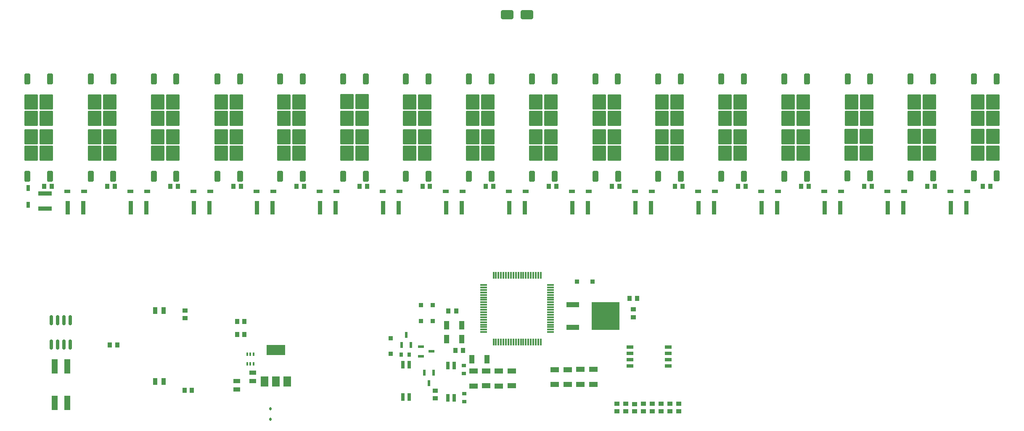
<source format=gbr>
%TF.GenerationSoftware,KiCad,Pcbnew,7.0.5*%
%TF.CreationDate,2024-10-03T13:21:03+03:00*%
%TF.ProjectId,pasive_balance_rev4,70617369-7665-45f6-9261-6c616e63655f,rev?*%
%TF.SameCoordinates,Original*%
%TF.FileFunction,Paste,Top*%
%TF.FilePolarity,Positive*%
%FSLAX46Y46*%
G04 Gerber Fmt 4.6, Leading zero omitted, Abs format (unit mm)*
G04 Created by KiCad (PCBNEW 7.0.5) date 2024-10-03 13:21:03*
%MOMM*%
%LPD*%
G01*
G04 APERTURE LIST*
G04 Aperture macros list*
%AMRoundRect*
0 Rectangle with rounded corners*
0 $1 Rounding radius*
0 $2 $3 $4 $5 $6 $7 $8 $9 X,Y pos of 4 corners*
0 Add a 4 corners polygon primitive as box body*
4,1,4,$2,$3,$4,$5,$6,$7,$8,$9,$2,$3,0*
0 Add four circle primitives for the rounded corners*
1,1,$1+$1,$2,$3*
1,1,$1+$1,$4,$5*
1,1,$1+$1,$6,$7*
1,1,$1+$1,$8,$9*
0 Add four rect primitives between the rounded corners*
20,1,$1+$1,$2,$3,$4,$5,0*
20,1,$1+$1,$4,$5,$6,$7,0*
20,1,$1+$1,$6,$7,$8,$9,0*
20,1,$1+$1,$8,$9,$2,$3,0*%
G04 Aperture macros list end*
%ADD10R,0.850000X1.000000*%
%ADD11R,0.950000X0.900000*%
%ADD12R,1.000000X0.850000*%
%ADD13RoundRect,0.150000X-0.150000X0.825000X-0.150000X-0.825000X0.150000X-0.825000X0.150000X0.825000X0*%
%ADD14R,0.300000X1.475000*%
%ADD15R,1.475000X0.300000*%
%ADD16R,1.500000X2.000000*%
%ADD17R,3.800000X2.000000*%
%ADD18R,1.800000X1.050000*%
%ADD19R,0.830000X2.720000*%
%ADD20R,1.300000X0.600000*%
%ADD21R,1.200000X0.750000*%
%ADD22R,0.400000X0.650000*%
%ADD23RoundRect,0.250000X0.350000X-0.850000X0.350000X0.850000X-0.350000X0.850000X-0.350000X-0.850000X0*%
%ADD24RoundRect,0.250000X1.125000X-1.275000X1.125000X1.275000X-1.125000X1.275000X-1.125000X-1.275000X0*%
%ADD25RoundRect,0.250000X-0.350000X0.850000X-0.350000X-0.850000X0.350000X-0.850000X0.350000X0.850000X0*%
%ADD26RoundRect,0.250000X-1.125000X1.275000X-1.125000X-1.275000X1.125000X-1.275000X1.125000X1.275000X0*%
%ADD27R,0.600000X1.300000*%
%ADD28R,0.950000X1.000000*%
%ADD29R,0.970000X1.470000*%
%ADD30R,1.100000X1.750000*%
%ADD31R,0.650000X1.650000*%
%ADD32R,1.470000X0.970000*%
%ADD33R,1.200000X2.850000*%
%ADD34R,0.750000X1.200000*%
%ADD35R,0.950000X0.800000*%
%ADD36R,1.475000X0.700000*%
%ADD37R,0.900000X0.950000*%
%ADD38R,1.050000X1.800000*%
%ADD39RoundRect,0.250000X1.000000X0.650000X-1.000000X0.650000X-1.000000X-0.650000X1.000000X-0.650000X0*%
%ADD40R,0.800000X0.950000*%
%ADD41RoundRect,0.112500X0.112500X-0.187500X0.112500X0.187500X-0.112500X0.187500X-0.112500X-0.187500X0*%
%ADD42R,2.600000X1.060000*%
%ADD43R,5.700000X5.632000*%
%ADD44R,1.000000X0.950000*%
%ADD45R,2.720000X0.830000*%
G04 APERTURE END LIST*
D10*
%TO.C,R54*%
X74484800Y-129438400D03*
X75984800Y-129438400D03*
%TD*%
D11*
%TO.C,D8*%
X122085007Y-112237793D03*
X122085007Y-115387793D03*
%TD*%
D12*
%TO.C,R90*%
X170470793Y-132112407D03*
X170470793Y-133612407D03*
%TD*%
D13*
%TO.C,U1*%
X51485800Y-115239800D03*
X50215800Y-115239800D03*
X48945800Y-115239800D03*
X47675800Y-115239800D03*
X47675800Y-120189800D03*
X48945800Y-120189800D03*
X50215800Y-120189800D03*
X51485800Y-120189800D03*
%TD*%
D10*
%TO.C,R3*%
X165601993Y-110866393D03*
X164101993Y-110866393D03*
%TD*%
%TO.C,R19*%
X187424607Y-88260393D03*
X185924607Y-88260393D03*
%TD*%
D14*
%TO.C,IC1*%
X146212607Y-106160393D03*
X145712607Y-106160393D03*
X145212607Y-106160393D03*
X144712607Y-106160393D03*
X144212607Y-106160393D03*
X143712607Y-106160393D03*
X143212607Y-106160393D03*
X142712607Y-106160393D03*
X142212607Y-106160393D03*
X141712607Y-106160393D03*
X141212607Y-106160393D03*
X140712607Y-106160393D03*
X140212607Y-106160393D03*
X139712607Y-106160393D03*
X139212607Y-106160393D03*
X138712607Y-106160393D03*
X138212607Y-106160393D03*
X137712607Y-106160393D03*
X137212607Y-106160393D03*
X136712607Y-106160393D03*
D15*
X134724607Y-108148393D03*
X134724607Y-108648393D03*
X134724607Y-109148393D03*
X134724607Y-109648393D03*
X134724607Y-110148393D03*
X134724607Y-110648393D03*
X134724607Y-111148393D03*
X134724607Y-111648393D03*
X134724607Y-112148393D03*
X134724607Y-112648393D03*
X134724607Y-113148393D03*
X134724607Y-113648393D03*
X134724607Y-114148393D03*
X134724607Y-114648393D03*
X134724607Y-115148393D03*
X134724607Y-115648393D03*
X134724607Y-116148393D03*
X134724607Y-116648393D03*
X134724607Y-117148393D03*
X134724607Y-117648393D03*
D14*
X136712607Y-119636393D03*
X137212607Y-119636393D03*
X137712607Y-119636393D03*
X138212607Y-119636393D03*
X138712607Y-119636393D03*
X139212607Y-119636393D03*
X139712607Y-119636393D03*
X140212607Y-119636393D03*
X140712607Y-119636393D03*
X141212607Y-119636393D03*
X141712607Y-119636393D03*
X142212607Y-119636393D03*
X142712607Y-119636393D03*
X143212607Y-119636393D03*
X143712607Y-119636393D03*
X144212607Y-119636393D03*
X144712607Y-119636393D03*
X145212607Y-119636393D03*
X145712607Y-119636393D03*
X146212607Y-119636393D03*
D15*
X148200607Y-117648393D03*
X148200607Y-117148393D03*
X148200607Y-116648393D03*
X148200607Y-116148393D03*
X148200607Y-115648393D03*
X148200607Y-115148393D03*
X148200607Y-114648393D03*
X148200607Y-114148393D03*
X148200607Y-113648393D03*
X148200607Y-113148393D03*
X148200607Y-112648393D03*
X148200607Y-112148393D03*
X148200607Y-111648393D03*
X148200607Y-111148393D03*
X148200607Y-110648393D03*
X148200607Y-110148393D03*
X148200607Y-109648393D03*
X148200607Y-109148393D03*
X148200607Y-108648393D03*
X148200607Y-108148393D03*
%TD*%
D16*
%TO.C,U2*%
X90573800Y-127584200D03*
X92873800Y-127584200D03*
D17*
X92873800Y-121284200D03*
D16*
X95173800Y-127584200D03*
%TD*%
D10*
%TO.C,R16*%
X200124607Y-88260393D03*
X198624607Y-88260393D03*
%TD*%
D18*
%TO.C,R46*%
X149046493Y-125229993D03*
X149046493Y-128229993D03*
%TD*%
D19*
%TO.C,C55*%
X130302607Y-92578393D03*
X127222607Y-92578393D03*
%TD*%
D18*
%TO.C,R50*%
X140429893Y-125483993D03*
X140429893Y-128483993D03*
%TD*%
D20*
%TO.C,IC3*%
X122093207Y-120609793D03*
X122093207Y-122509793D03*
X124193207Y-121559793D03*
%TD*%
D18*
%TO.C,R48*%
X135197493Y-125483993D03*
X135197493Y-128483993D03*
%TD*%
D21*
%TO.C,Z6*%
X168562607Y-89276393D03*
X165162607Y-89276393D03*
%TD*%
D12*
%TO.C,R34*%
X124980607Y-129483193D03*
X124980607Y-130983193D03*
%TD*%
D19*
%TO.C,C25*%
X193802607Y-92578393D03*
X190722607Y-92578393D03*
%TD*%
%TO.C,C59*%
X79502607Y-92578393D03*
X76422607Y-92578393D03*
%TD*%
D22*
%TO.C,Q20*%
X87096600Y-124053600D03*
X87746600Y-124053600D03*
X88396600Y-124053600D03*
X88396600Y-122153600D03*
X87746600Y-122153600D03*
X87096600Y-122153600D03*
%TD*%
D23*
%TO.C,Q17*%
X42881200Y-86216600D03*
D24*
X43636200Y-81591600D03*
X46686200Y-81591600D03*
X43636200Y-78241600D03*
X46686200Y-78241600D03*
D23*
X47441200Y-86216600D03*
%TD*%
D10*
%TO.C,R62*%
X123912607Y-88260393D03*
X122412607Y-88260393D03*
%TD*%
D25*
%TO.C,Q29*%
X136340200Y-66573400D03*
D26*
X135585200Y-71198400D03*
X132535200Y-71198400D03*
X135585200Y-74548400D03*
X132535200Y-74548400D03*
D25*
X131780200Y-66573400D03*
%TD*%
D10*
%TO.C,R68*%
X98524607Y-88260393D03*
X97024607Y-88260393D03*
%TD*%
%TO.C,R22*%
X174736607Y-88260393D03*
X173236607Y-88260393D03*
%TD*%
D19*
%TO.C,C16*%
X231902607Y-92578393D03*
X228822607Y-92578393D03*
%TD*%
D27*
%TO.C,IC5*%
X118203807Y-120289793D03*
X120103807Y-120289793D03*
X119153807Y-118189793D03*
%TD*%
D19*
%TO.C,C32*%
X155702607Y-92578393D03*
X152622607Y-92578393D03*
%TD*%
D10*
%TO.C,R41*%
X86576600Y-115544600D03*
X85076600Y-115544600D03*
%TD*%
D18*
%TO.C,R45*%
X151611893Y-125229993D03*
X151611893Y-128229993D03*
%TD*%
D21*
%TO.C,Z11*%
X105062607Y-89276393D03*
X101662607Y-89276393D03*
%TD*%
D12*
%TO.C,R100*%
X161555393Y-132128207D03*
X161555393Y-133628207D03*
%TD*%
D19*
%TO.C,C61*%
X54102607Y-92578393D03*
X51022607Y-92578393D03*
%TD*%
D23*
%TO.C,Q16*%
X55607600Y-86207000D03*
D24*
X56362600Y-81582000D03*
X59412600Y-81582000D03*
X56362600Y-78232000D03*
X59412600Y-78232000D03*
D23*
X60167600Y-86207000D03*
%TD*%
D21*
%TO.C,Z1*%
X232062607Y-89276393D03*
X228662607Y-89276393D03*
%TD*%
D25*
%TO.C,Q36*%
X47442200Y-66573400D03*
D26*
X46687200Y-71198400D03*
X43637200Y-71198400D03*
X46687200Y-74548400D03*
X43637200Y-74548400D03*
D25*
X42882200Y-66573400D03*
%TD*%
D28*
%TO.C,C50*%
X127597007Y-113355593D03*
X129197007Y-113355593D03*
%TD*%
D25*
%TO.C,Q25*%
X187114800Y-66573400D03*
D26*
X186359800Y-71198400D03*
X183309800Y-71198400D03*
X186359800Y-74548400D03*
X183309800Y-74548400D03*
D25*
X182554800Y-66573400D03*
%TD*%
%TO.C,Q30*%
X123590400Y-66573400D03*
D26*
X122835400Y-71198400D03*
X119785400Y-71198400D03*
X122835400Y-74548400D03*
X119785400Y-74548400D03*
D25*
X119030400Y-66573400D03*
%TD*%
D23*
%TO.C,Q3*%
X220655800Y-86165800D03*
D24*
X221410800Y-81540800D03*
X224460800Y-81540800D03*
X221410800Y-78190800D03*
X224460800Y-78190800D03*
D23*
X225215800Y-86165800D03*
%TD*%
D25*
%TO.C,Q34*%
X72867600Y-66573400D03*
D26*
X72112600Y-71198400D03*
X69062600Y-71198400D03*
X72112600Y-74548400D03*
X69062600Y-74548400D03*
D25*
X68307600Y-66573400D03*
%TD*%
D29*
%TO.C,C3*%
X70273600Y-127584200D03*
X68613600Y-127584200D03*
%TD*%
D23*
%TO.C,Q6*%
X182561800Y-86207600D03*
D24*
X183316800Y-81582600D03*
X186366800Y-81582600D03*
X183316800Y-78232600D03*
X186366800Y-78232600D03*
D23*
X187121800Y-86207600D03*
%TD*%
D12*
%TO.C,R92*%
X168692793Y-132128207D03*
X168692793Y-133628207D03*
%TD*%
D21*
%TO.C,Z7*%
X155862607Y-89276393D03*
X152462607Y-89276393D03*
%TD*%
D27*
%TO.C,D3*%
X124660607Y-125869193D03*
X122760607Y-125869193D03*
X123710607Y-127969193D03*
%TD*%
D10*
%TO.C,R7*%
X236700607Y-88260393D03*
X235200607Y-88260393D03*
%TD*%
D12*
%TO.C,R95*%
X166889393Y-132114808D03*
X166889393Y-133614808D03*
%TD*%
D23*
%TO.C,Q9*%
X144461800Y-86207600D03*
D24*
X145216800Y-81582600D03*
X148266800Y-81582600D03*
X145216800Y-78232600D03*
X148266800Y-78232600D03*
D23*
X149021800Y-86207600D03*
%TD*%
D30*
%TO.C,LED3*%
X127290607Y-116251193D03*
X130290607Y-116251193D03*
%TD*%
D10*
%TO.C,R65*%
X111224607Y-88260393D03*
X109724607Y-88260393D03*
%TD*%
D25*
%TO.C,Q33*%
X85718000Y-66573400D03*
D26*
X84963000Y-71198400D03*
X81913000Y-71198400D03*
X84963000Y-74548400D03*
X81913000Y-74548400D03*
D25*
X81158000Y-66573400D03*
%TD*%
D10*
%TO.C,R10*%
X225524607Y-88260393D03*
X224024607Y-88260393D03*
%TD*%
D31*
%TO.C,Q19*%
X119773607Y-124229193D03*
X118503607Y-124229193D03*
X118503607Y-130729193D03*
X119773607Y-130729193D03*
%TD*%
D19*
%TO.C,C28*%
X181102607Y-92578393D03*
X178022607Y-92578393D03*
%TD*%
D10*
%TO.C,R71*%
X85824607Y-88260393D03*
X84324607Y-88260393D03*
%TD*%
D25*
%TO.C,Q22*%
X225221800Y-66573400D03*
D26*
X224466800Y-71198400D03*
X221416800Y-71198400D03*
X224466800Y-74548400D03*
X221416800Y-74548400D03*
D25*
X220661800Y-66573400D03*
%TD*%
D21*
%TO.C,Z3*%
X206662607Y-89276393D03*
X203262607Y-89276393D03*
%TD*%
D19*
%TO.C,C60*%
X66802607Y-92578393D03*
X63722607Y-92578393D03*
%TD*%
D21*
%TO.C,Z10*%
X117762607Y-89276393D03*
X114362607Y-89276393D03*
%TD*%
D25*
%TO.C,Q35*%
X60172600Y-66573400D03*
D26*
X59417600Y-71198400D03*
X56367600Y-71198400D03*
X59417600Y-74548400D03*
X56367600Y-74548400D03*
D25*
X55612600Y-66573400D03*
%TD*%
D32*
%TO.C,C2*%
X85013800Y-129201600D03*
X85013800Y-127541600D03*
%TD*%
%TO.C,C11*%
X88214200Y-125839800D03*
X88214200Y-127499800D03*
%TD*%
D33*
%TO.C,L2*%
X50876200Y-124612400D03*
X50876200Y-131962400D03*
X48376200Y-124612400D03*
X48376200Y-131962400D03*
%TD*%
D12*
%TO.C,R88*%
X172248793Y-132112407D03*
X172248793Y-133612407D03*
%TD*%
D10*
%TO.C,R25*%
X162024607Y-88260393D03*
X160524607Y-88260393D03*
%TD*%
D25*
%TO.C,Q28*%
X149016800Y-66573400D03*
D26*
X148261800Y-71198400D03*
X145211800Y-71198400D03*
X148261800Y-74548400D03*
X145211800Y-74548400D03*
D25*
X144456800Y-66573400D03*
%TD*%
D34*
%TO.C,Z16*%
X43053000Y-88546200D03*
X43053000Y-91946200D03*
%TD*%
D25*
%TO.C,Q27*%
X161767600Y-66573400D03*
D26*
X161012600Y-71198400D03*
X157962600Y-71198400D03*
X161012600Y-74548400D03*
X157962600Y-74548400D03*
D25*
X157207600Y-66573400D03*
%TD*%
D31*
%TO.C,Q18*%
X127520607Y-130931193D03*
X128790607Y-130931193D03*
X128790607Y-124431193D03*
X127520607Y-124431193D03*
%TD*%
D10*
%TO.C,R59*%
X136624607Y-88260393D03*
X135124607Y-88260393D03*
%TD*%
D23*
%TO.C,Q10*%
X131782200Y-86207000D03*
D24*
X132537200Y-81582000D03*
X135587200Y-81582000D03*
X132537200Y-78232000D03*
X135587200Y-78232000D03*
D23*
X136342200Y-86207000D03*
%TD*%
D35*
%TO.C,R28*%
X130721007Y-125991993D03*
X130721007Y-124391993D03*
%TD*%
D19*
%TO.C,C34*%
X143002607Y-92578393D03*
X139922607Y-92578393D03*
%TD*%
D25*
%TO.C,Q31*%
X110998000Y-66548000D03*
D26*
X110243000Y-71173000D03*
X107193000Y-71173000D03*
X110243000Y-74523000D03*
X107193000Y-74523000D03*
D25*
X106438000Y-66548000D03*
%TD*%
%TO.C,Q26*%
X174414800Y-66573400D03*
D26*
X173659800Y-71198400D03*
X170609800Y-71198400D03*
X173659800Y-74548400D03*
X170609800Y-74548400D03*
D25*
X169854800Y-66573400D03*
%TD*%
D19*
%TO.C,C56*%
X117602607Y-92578393D03*
X114522607Y-92578393D03*
%TD*%
%TO.C,C58*%
X92202607Y-92578393D03*
X89122607Y-92578393D03*
%TD*%
D36*
%TO.C,S1*%
X164221007Y-120645393D03*
X164221007Y-121915393D03*
X164221007Y-123185393D03*
X164221007Y-124455393D03*
X171897007Y-124455393D03*
X171897007Y-123185393D03*
X171897007Y-121915393D03*
X171897007Y-120645393D03*
%TD*%
D23*
%TO.C,Q11*%
X119031400Y-86207000D03*
D24*
X119786400Y-81582000D03*
X122836400Y-81582000D03*
X119786400Y-78232000D03*
X122836400Y-78232000D03*
D23*
X123591400Y-86207000D03*
%TD*%
D10*
%TO.C,R13*%
X212824607Y-88260393D03*
X211324607Y-88260393D03*
%TD*%
D25*
%TO.C,Q24*%
X199842200Y-66573400D03*
D26*
X199087200Y-71198400D03*
X196037200Y-71198400D03*
X199087200Y-74548400D03*
X196037200Y-74548400D03*
D25*
X195282200Y-66573400D03*
%TD*%
D19*
%TO.C,C24*%
X206502607Y-92578393D03*
X203422607Y-92578393D03*
%TD*%
D25*
%TO.C,Q23*%
X212565600Y-66573400D03*
D26*
X211810600Y-71198400D03*
X208760600Y-71198400D03*
X211810600Y-74548400D03*
X208760600Y-74548400D03*
D25*
X208005600Y-66573400D03*
%TD*%
D37*
%TO.C,D5*%
X153497993Y-107437393D03*
X156647993Y-107437393D03*
%TD*%
D38*
%TO.C,R27*%
X135370607Y-123109193D03*
X132370607Y-123109193D03*
%TD*%
D11*
%TO.C,D1*%
X115989007Y-122067793D03*
X115989007Y-118917793D03*
%TD*%
D23*
%TO.C,Q13*%
X93738000Y-86207600D03*
D24*
X94493000Y-81582600D03*
X97543000Y-81582600D03*
X94493000Y-78232600D03*
X97543000Y-78232600D03*
D23*
X98298000Y-86207600D03*
%TD*%
D39*
%TO.C,D6*%
X143478000Y-53594000D03*
X139478000Y-53594000D03*
%TD*%
D21*
%TO.C,Z15*%
X54262607Y-89276393D03*
X50862607Y-89276393D03*
%TD*%
D10*
%TO.C,R80*%
X47724607Y-88260393D03*
X46224607Y-88260393D03*
%TD*%
D21*
%TO.C,Z14*%
X66962607Y-89276393D03*
X63562607Y-89276393D03*
%TD*%
D19*
%TO.C,C17*%
X219186608Y-92578393D03*
X216106608Y-92578393D03*
%TD*%
D40*
%TO.C,R37*%
X118110007Y-122169393D03*
X119710007Y-122169393D03*
%TD*%
D25*
%TO.C,Q21*%
X237993000Y-66574000D03*
D26*
X237238000Y-71199000D03*
X234188000Y-71199000D03*
X237238000Y-74549000D03*
X234188000Y-74549000D03*
D25*
X233433000Y-66574000D03*
%TD*%
D41*
%TO.C,D9*%
X91795600Y-135238200D03*
X91795600Y-133138200D03*
%TD*%
D19*
%TO.C,C57*%
X104902607Y-92578393D03*
X101822607Y-92578393D03*
%TD*%
D21*
%TO.C,Z12*%
X92362607Y-89276393D03*
X88962607Y-89276393D03*
%TD*%
D10*
%TO.C,R42*%
X86576600Y-118094600D03*
X85076600Y-118094600D03*
%TD*%
D29*
%TO.C,C1*%
X68613600Y-113309400D03*
X70273600Y-113309400D03*
%TD*%
D42*
%TO.C,Q1*%
X152701993Y-112136393D03*
D43*
X159250993Y-114422393D03*
D42*
X152701993Y-116708393D03*
%TD*%
D12*
%TO.C,R96*%
X163333393Y-132128207D03*
X163333393Y-133628207D03*
%TD*%
D23*
%TO.C,Q2*%
X233426000Y-86156800D03*
D24*
X234181000Y-81531800D03*
X237231000Y-81531800D03*
X234181000Y-78181800D03*
X237231000Y-78181800D03*
D23*
X237986000Y-86156800D03*
%TD*%
D18*
%TO.C,R47*%
X132657493Y-125509393D03*
X132657493Y-128509393D03*
%TD*%
D30*
%TO.C,LED1*%
X127290607Y-119045193D03*
X130290607Y-119045193D03*
%TD*%
D10*
%TO.C,R77*%
X60424607Y-88260393D03*
X58924607Y-88260393D03*
%TD*%
%TO.C,R84*%
X60973400Y-120218200D03*
X59473400Y-120218200D03*
%TD*%
%TO.C,R36*%
X129056607Y-121331193D03*
X130556607Y-121331193D03*
%TD*%
D35*
%TO.C,R29*%
X130848007Y-131681593D03*
X130848007Y-130081593D03*
%TD*%
D12*
%TO.C,R53*%
X74599800Y-113321400D03*
X74599800Y-114821400D03*
%TD*%
D18*
%TO.C,R43*%
X156818893Y-125204593D03*
X156818893Y-128204593D03*
%TD*%
D12*
%TO.C,R99*%
X165136792Y-132153608D03*
X165136792Y-133653608D03*
%TD*%
D21*
%TO.C,Z2*%
X219362607Y-89276393D03*
X215962607Y-89276393D03*
%TD*%
D23*
%TO.C,Q8*%
X157212600Y-86207600D03*
D24*
X157967600Y-81582600D03*
X161017600Y-81582600D03*
X157967600Y-78232600D03*
X161017600Y-78232600D03*
D23*
X161772600Y-86207600D03*
%TD*%
D18*
%TO.C,R49*%
X137788293Y-125509393D03*
X137788293Y-128509393D03*
%TD*%
D44*
%TO.C,C6*%
X164851993Y-114676394D03*
X164851993Y-113076394D03*
%TD*%
D23*
%TO.C,Q7*%
X169855800Y-86207600D03*
D24*
X170610800Y-81582600D03*
X173660800Y-81582600D03*
X170610800Y-78232600D03*
X173660800Y-78232600D03*
D23*
X174415800Y-86207600D03*
%TD*%
D12*
%TO.C,R86*%
X174026792Y-132112407D03*
X174026792Y-133612407D03*
%TD*%
D10*
%TO.C,R74*%
X73124607Y-88260393D03*
X71624607Y-88260393D03*
%TD*%
D45*
%TO.C,C62*%
X46431200Y-89696800D03*
X46431200Y-92776800D03*
%TD*%
D18*
%TO.C,R44*%
X154177293Y-125204593D03*
X154177293Y-128204593D03*
%TD*%
D10*
%TO.C,R56*%
X149324607Y-88260393D03*
X147824607Y-88260393D03*
%TD*%
D25*
%TO.C,Q32*%
X98293000Y-66573400D03*
D26*
X97538000Y-71198400D03*
X94488000Y-71198400D03*
X97538000Y-74548400D03*
X94488000Y-74548400D03*
D25*
X93733000Y-66573400D03*
%TD*%
D21*
%TO.C,Z4*%
X193962607Y-89276393D03*
X190562607Y-89276393D03*
%TD*%
D23*
%TO.C,Q14*%
X81158000Y-86207000D03*
D24*
X81913000Y-81582000D03*
X84963000Y-81582000D03*
X81913000Y-78232000D03*
X84963000Y-78232000D03*
D23*
X85718000Y-86207000D03*
%TD*%
%TO.C,Q15*%
X68306600Y-86207000D03*
D24*
X69061600Y-81582000D03*
X72111600Y-81582000D03*
X69061600Y-78232000D03*
X72111600Y-78232000D03*
D23*
X72866600Y-86207000D03*
%TD*%
%TO.C,Q5*%
X195281200Y-86207600D03*
D24*
X196036200Y-81582600D03*
X199086200Y-81582600D03*
X196036200Y-78232600D03*
X199086200Y-78232600D03*
D23*
X199841200Y-86207600D03*
%TD*%
D19*
%TO.C,C29*%
X168402607Y-92578393D03*
X165322607Y-92578393D03*
%TD*%
D21*
%TO.C,Z5*%
X181262607Y-89276393D03*
X177862607Y-89276393D03*
%TD*%
D23*
%TO.C,Q12*%
X106433000Y-86207000D03*
D24*
X107188000Y-81582000D03*
X110238000Y-81582000D03*
X107188000Y-78232000D03*
X110238000Y-78232000D03*
D23*
X110993000Y-86207000D03*
%TD*%
D11*
%TO.C,D7*%
X124498007Y-115387593D03*
X124498007Y-112237593D03*
%TD*%
D21*
%TO.C,Z8*%
X143162607Y-89276393D03*
X139762607Y-89276393D03*
%TD*%
D23*
%TO.C,Q4*%
X207987200Y-86165800D03*
D24*
X208742200Y-81540800D03*
X211792200Y-81540800D03*
X208742200Y-78190800D03*
X211792200Y-78190800D03*
D23*
X212547200Y-86165800D03*
%TD*%
D21*
%TO.C,Z13*%
X79662607Y-89276393D03*
X76262607Y-89276393D03*
%TD*%
%TO.C,Z9*%
X130462607Y-89276393D03*
X127062607Y-89276393D03*
%TD*%
M02*

</source>
